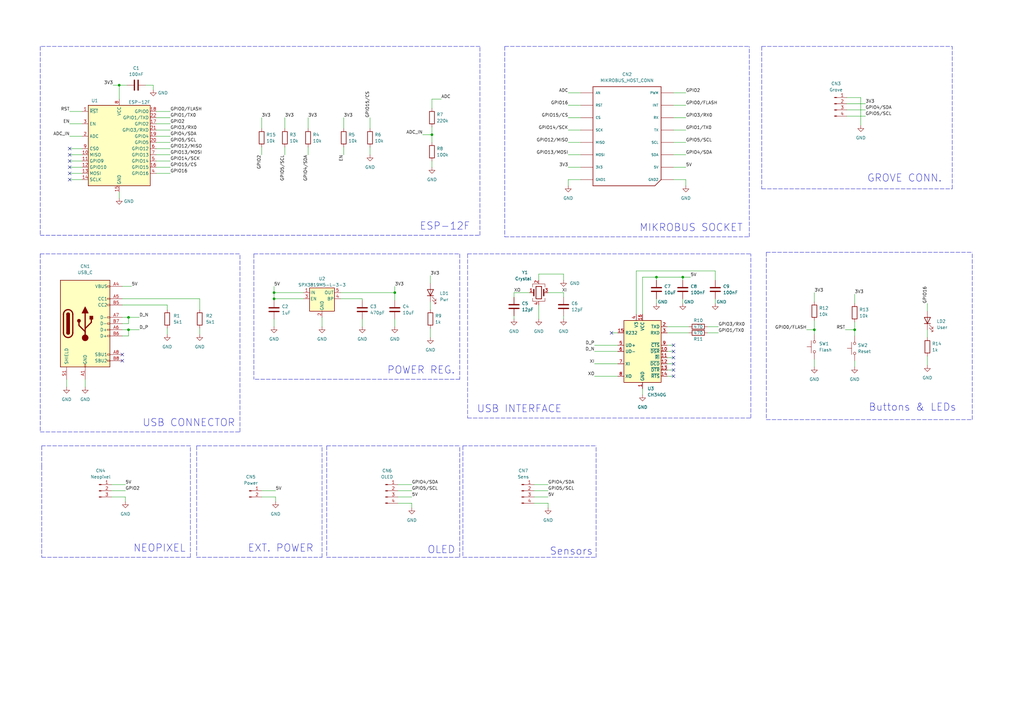
<source format=kicad_sch>
(kicad_sch (version 20211123) (generator eeschema)
  (paper "A3")
  (title_block (title "Ganimede.E12") (date "2022-04-23") (rev "1.0") (company "F2 Consulting di Francesco Ficili"))
  (lib_symbols
    (symbol "Connector:Conn_01x02_Male" (pin_names (offset 1.016) hide)
      (property "Reference" "J" (at 0 2.54 0))
      (property "Value" "Conn_01x02_Male" (at 0 -5.08 0))
      (symbol "Conn_01x02_Male_1_1"
        (polyline (pts (xy 1.27 -2.54) (xy 0.8636 -2.54)) (stroke (width 0.1524)))
        (polyline (pts (xy 1.27 0) (xy 0.8636 0)) (stroke (width 0.1524)))
        (rectangle (start 0.8636 -2.413) (end 0 -2.667) (stroke (width 0.1524)) (fill (type outline)))
        (rectangle (start 0.8636 0.127) (end 0 -0.127) (stroke (width 0.1524)) (fill (type outline)))
        (pin passive line (at 5.08 0 180) (length 3.81) (name "Pin_1") (number "1"))
        (pin passive line (at 5.08 -2.54 180) (length 3.81) (name "Pin_2") (number "2"))
      )
    )
    (symbol "Connector:Conn_01x03_Male" (pin_names (offset 1.016) hide)
      (property "Reference" "J" (at 0 5.08 0))
      (property "Value" "Conn_01x03_Male" (at 0 -5.08 0))
      (symbol "Conn_01x03_Male_1_1"
        (polyline (pts (xy 1.27 -2.54) (xy 0.8636 -2.54)) (stroke (width 0.1524)))
        (polyline (pts (xy 1.27 0) (xy 0.8636 0)) (stroke (width 0.1524)))
        (polyline (pts (xy 1.27 2.54) (xy 0.8636 2.54)) (stroke (width 0.1524)))
        (rectangle (start 0.8636 -2.413) (end 0 -2.667) (stroke (width 0.1524)) (fill (type outline)))
        (rectangle (start 0.8636 0.127) (end 0 -0.127) (stroke (width 0.1524)) (fill (type outline)))
        (rectangle (start 0.8636 2.667) (end 0 2.413) (stroke (width 0.1524)) (fill (type outline)))
        (pin passive line (at 5.08 2.54 180) (length 3.81) (name "Pin_1") (number "1"))
        (pin passive line (at 5.08 0 180) (length 3.81) (name "Pin_2") (number "2"))
        (pin passive line (at 5.08 -2.54 180) (length 3.81) (name "Pin_3") (number "3"))
      )
    )
    (symbol "Connector:Conn_01x04_Male" (pin_names (offset 1.016) hide)
      (property "Reference" "J" (at 0 5.08 0))
      (property "Value" "Conn_01x04_Male" (at 0 -7.62 0))
      (symbol "Conn_01x04_Male_1_1"
        (polyline (pts (xy 1.27 -5.08) (xy 0.8636 -5.08)) (stroke (width 0.1524)))
        (polyline (pts (xy 1.27 -2.54) (xy 0.8636 -2.54)) (stroke (width 0.1524)))
        (polyline (pts (xy 1.27 0) (xy 0.8636 0)) (stroke (width 0.1524)))
        (polyline (pts (xy 1.27 2.54) (xy 0.8636 2.54)) (stroke (width 0.1524)))
        (rectangle (start 0.8636 -4.953) (end 0 -5.207) (stroke (width 0.1524)) (fill (type outline)))
        (rectangle (start 0.8636 -2.413) (end 0 -2.667) (stroke (width 0.1524)) (fill (type outline)))
        (rectangle (start 0.8636 0.127) (end 0 -0.127) (stroke (width 0.1524)) (fill (type outline)))
        (rectangle (start 0.8636 2.667) (end 0 2.413) (stroke (width 0.1524)) (fill (type outline)))
        (pin passive line (at 5.08 2.54 180) (length 3.81) (name "Pin_1") (number "1"))
        (pin passive line (at 5.08 0 180) (length 3.81) (name "Pin_2") (number "2"))
        (pin passive line (at 5.08 -2.54 180) (length 3.81) (name "Pin_3") (number "3"))
        (pin passive line (at 5.08 -5.08 180) (length 3.81) (name "Pin_4") (number "4"))
      )
    )
    (symbol "Connector:USB_C_Receptacle_USB2.0" (pin_names (offset 1.016))
      (property "Reference" "J" (at -10.16 19.05 0))
      (property "Value" "USB_C_Receptacle_USB2.0" (at 19.05 19.05 0))
      (symbol "USB_C_Receptacle_USB2.0_0_0"
        (rectangle (start -0.254 -17.78) (end 0.254 -16.764))
        (rectangle (start 10.16 -14.986) (end 9.144 -15.494))
        (rectangle (start 10.16 -12.446) (end 9.144 -12.954))
        (rectangle (start 10.16 -4.826) (end 9.144 -5.334))
        (rectangle (start 10.16 -2.286) (end 9.144 -2.794))
        (rectangle (start 10.16 0.254) (end 9.144 -0.254))
        (rectangle (start 10.16 2.794) (end 9.144 2.286))
        (rectangle (start 10.16 7.874) (end 9.144 7.366))
        (rectangle (start 10.16 10.414) (end 9.144 9.906))
        (rectangle (start 10.16 15.494) (end 9.144 14.986))
      )
      (symbol "USB_C_Receptacle_USB2.0_0_1"
        (rectangle (start -10.16 17.78) (end 10.16 -17.78) (stroke (width 0.254)) (fill (type background)))
        (arc (start -8.89 -3.81) (mid -6.985 -5.715) (end -5.08 -3.81) (stroke (width 0.508)))
        (arc (start -7.62 -3.81) (mid -6.985 -4.445) (end -6.35 -3.81) (stroke (width 0.254)))
        (arc (start -7.62 -3.81) (mid -6.985 -4.445) (end -6.35 -3.81) (stroke (width 0.254)) (fill (type outline)))
        (rectangle (start -7.62 -3.81) (end -6.35 3.81) (stroke (width 0.254)) (fill (type outline)))
        (arc (start -6.35 3.81) (mid -6.985 4.445) (end -7.62 3.81) (stroke (width 0.254)))
        (arc (start -6.35 3.81) (mid -6.985 4.445) (end -7.62 3.81) (stroke (width 0.254)) (fill (type outline)))
        (arc (start -5.08 3.81) (mid -6.985 5.715) (end -8.89 3.81) (stroke (width 0.508)))
        (circle (center -2.54 1.143) (radius 0.635) (stroke (width 0.254)) (fill (type outline)))
        (circle (center 0 -5.842) (radius 1.27) (fill (type outline)))
        (polyline (pts (xy -8.89 -3.81) (xy -8.89 3.81)) (stroke (width 0.508)))
        (polyline (pts (xy -5.08 3.81) (xy -5.08 -3.81)) (stroke (width 0.508)))
        (polyline (pts (xy 0 -5.842) (xy 0 4.318)) (stroke (width 0.508)))
        (polyline (pts (xy 0 -3.302) (xy -2.54 -0.762) (xy -2.54 0.508)) (stroke (width 0.508)))
        (polyline (pts (xy 0 -2.032) (xy 2.54 0.508) (xy 2.54 1.778)) (stroke (width 0.508)))
        (polyline (pts (xy -1.27 4.318) (xy 0 6.858) (xy 1.27 4.318) (xy -1.27 4.318)) (stroke (width 0.254)) (fill (type outline)))
        (rectangle (start 1.905 1.778) (end 3.175 3.048) (stroke (width 0.254)) (fill (type outline)))
      )
      (symbol "USB_C_Receptacle_USB2.0_1_1"
        (pin passive line (at 0 -22.86 90) (length 5.08) (name "GND") (number "A1"))
        (pin passive line (at 0 -22.86 90) (length 5.08) hide (name "GND") (number "A12"))
        (pin passive line (at 15.24 15.24 180) (length 5.08) (name "VBUS") (number "A4"))
        (pin bidirectional line (at 15.24 10.16 180) (length 5.08) (name "CC1") (number "A5"))
        (pin bidirectional line (at 15.24 -2.54 180) (length 5.08) (name "D+") (number "A6"))
        (pin bidirectional line (at 15.24 2.54 180) (length 5.08) (name "D-") (number "A7"))
        (pin bidirectional line (at 15.24 -12.7 180) (length 5.08) (name "SBU1") (number "A8"))
        (pin passive line (at 15.24 15.24 180) (length 5.08) hide (name "VBUS") (number "A9"))
        (pin passive line (at 0 -22.86 90) (length 5.08) hide (name "GND") (number "B1"))
        (pin passive line (at 0 -22.86 90) (length 5.08) hide (name "GND") (number "B12"))
        (pin passive line (at 15.24 15.24 180) (length 5.08) hide (name "VBUS") (number "B4"))
        (pin bidirectional line (at 15.24 7.62 180) (length 5.08) (name "CC2") (number "B5"))
        (pin bidirectional line (at 15.24 -5.08 180) (length 5.08) (name "D+") (number "B6"))
        (pin bidirectional line (at 15.24 0 180) (length 5.08) (name "D-") (number "B7"))
        (pin bidirectional line (at 15.24 -15.24 180) (length 5.08) (name "SBU2") (number "B8"))
        (pin passive line (at 15.24 15.24 180) (length 5.08) hide (name "VBUS") (number "B9"))
        (pin passive line (at -7.62 -22.86 90) (length 5.08) (name "SHIELD") (number "S1"))
      )
    )
    (symbol "Device:C" (pin_numbers hide) (pin_names (offset 0.254))
      (property "Reference" "C" (at 0.635 2.54 0))
      (property "Value" "C" (at 0.635 -2.54 0))
      (symbol "C_0_1"
        (polyline (pts (xy -2.032 -0.762) (xy 2.032 -0.762)) (stroke (width 0.508)))
        (polyline (pts (xy -2.032 0.762) (xy 2.032 0.762)) (stroke (width 0.508)))
      )
      (symbol "C_1_1"
        (pin passive line (at 0 3.81 270) (length 2.794) (name "~") (number "1"))
        (pin passive line (at 0 -3.81 90) (length 2.794) (name "~") (number "2"))
      )
    )
    (symbol "Device:Crystal_GND24" (pin_names (offset 1.016) hide)
      (property "Reference" "Y" (at 3.175 5.08 0))
      (property "Value" "Crystal_GND24" (at 3.175 3.175 0))
      (symbol "Crystal_GND24_0_1"
        (rectangle (start -1.143 2.54) (end 1.143 -2.54) (stroke (width 0.3048)))
        (polyline (pts (xy -2.54 0) (xy -2.032 0)))
        (polyline (pts (xy -2.032 -1.27) (xy -2.032 1.27)) (stroke (width 0.508)))
        (polyline (pts (xy 0 -3.81) (xy 0 -3.556)))
        (polyline (pts (xy 0 3.556) (xy 0 3.81)))
        (polyline (pts (xy 2.032 -1.27) (xy 2.032 1.27)) (stroke (width 0.508)))
        (polyline (pts (xy 2.032 0) (xy 2.54 0)))
        (polyline (pts (xy -2.54 -2.286) (xy -2.54 -3.556) (xy 2.54 -3.556) (xy 2.54 -2.286)))
        (polyline (pts (xy -2.54 2.286) (xy -2.54 3.556) (xy 2.54 3.556) (xy 2.54 2.286)))
      )
      (symbol "Crystal_GND24_1_1"
        (pin passive line (at -3.81 0 0) (length 1.27) (name "1") (number "1"))
        (pin passive line (at 0 5.08 270) (length 1.27) (name "2") (number "2"))
        (pin passive line (at 3.81 0 180) (length 1.27) (name "3") (number "3"))
        (pin passive line (at 0 -5.08 90) (length 1.27) (name "4") (number "4"))
      )
    )
    (symbol "Device:LED" (pin_numbers hide) (pin_names (offset 1.016) hide)
      (property "Reference" "D" (at 0 2.54 0))
      (property "Value" "LED" (at 0 -2.54 0))
      (symbol "LED_0_1"
        (polyline (pts (xy -1.27 -1.27) (xy -1.27 1.27)) (stroke (width 0.254)))
        (polyline (pts (xy -1.27 0) (xy 1.27 0)))
        (polyline (pts (xy 1.27 -1.27) (xy 1.27 1.27) (xy -1.27 0) (xy 1.27 -1.27)) (stroke (width 0.254)))
        (polyline (pts (xy -3.048 -0.762) (xy -4.572 -2.286) (xy -3.81 -2.286) (xy -4.572 -2.286) (xy -4.572 -1.524)))
        (polyline (pts (xy -1.778 -0.762) (xy -3.302 -2.286) (xy -2.54 -2.286) (xy -3.302 -2.286) (xy -3.302 -1.524)))
      )
      (symbol "LED_1_1"
        (pin passive line (at -3.81 0 0) (length 2.54) (name "K") (number "1"))
        (pin passive line (at 3.81 0 180) (length 2.54) (name "A") (number "2"))
      )
    )
    (symbol "Device:R" (pin_numbers hide) (pin_names (offset 0))
      (property "Reference" "R" (at 2.032 0 90))
      (property "Value" "R" (at 0 0 90))
      (symbol "R_0_1"
        (rectangle (start -1.016 -2.54) (end 1.016 2.54) (stroke (width 0.254)))
      )
      (symbol "R_1_1"
        (pin passive line (at 0 3.81 270) (length 1.27) (name "~") (number "1"))
        (pin passive line (at 0 -3.81 90) (length 1.27) (name "~") (number "2"))
      )
    )
    (symbol "Interface_USB:CH340G"
      (property "Reference" "U" (at -5.08 13.97 0))
      (property "Value" "CH340G" (at 1.27 13.97 0))
      (symbol "CH340G_0_1"
        (rectangle (start -7.62 12.7) (end 7.62 -12.7) (stroke (width 0.254)) (fill (type background)))
      )
      (symbol "CH340G_1_1"
        (pin power_in line (at 0 -15.24 90) (length 2.54) (name "GND") (number "1"))
        (pin input line (at 10.16 0 180) (length 2.54) (name "~{DSR}") (number "10"))
        (pin input line (at 10.16 -2.54 180) (length 2.54) (name "~{RI}") (number "11"))
        (pin input line (at 10.16 -5.08 180) (length 2.54) (name "~{DCD}") (number "12"))
        (pin output line (at 10.16 -7.62 180) (length 2.54) (name "~{DTR}") (number "13"))
        (pin output line (at 10.16 -10.16 180) (length 2.54) (name "~{RTS}") (number "14"))
        (pin input line (at -10.16 7.62 0) (length 2.54) (name "R232") (number "15"))
        (pin power_in line (at 0 15.24 270) (length 2.54) (name "VCC") (number "16"))
        (pin output line (at 10.16 10.16 180) (length 2.54) (name "TXD") (number "2"))
        (pin input line (at 10.16 7.62 180) (length 2.54) (name "RXD") (number "3"))
        (pin passive line (at -2.54 15.24 270) (length 2.54) (name "V3") (number "4"))
        (pin bidirectional line (at -10.16 2.54 0) (length 2.54) (name "UD+") (number "5"))
        (pin bidirectional line (at -10.16 0 0) (length 2.54) (name "UD-") (number "6"))
        (pin input line (at -10.16 -5.08 0) (length 2.54) (name "XI") (number "7"))
        (pin output line (at -10.16 -10.16 0) (length 2.54) (name "XO") (number "8"))
        (pin input line (at 10.16 2.54 180) (length 2.54) (name "~{CTS}") (number "9"))
      )
    )
    (symbol "Mikrobus:MIKROBUS_HOST_CONN" (pin_numbers hide) (pin_names (offset 1.016))
      (property "Reference" "CON" (at 10.16 38.1 0))
      (property "Value" "MIKROBUS_HOST_CONN" (at 2.54 3.81 0))
      (symbol "MIKROBUS_HOST_CONN_0_0"
        (polyline (pts (xy 0 0) (xy 0 40.64)) (stroke (width 0.254)))
        (polyline (pts (xy 0 40.64) (xy 27.94 40.64)) (stroke (width 0.254)))
        (polyline (pts (xy 25.4 0) (xy 0 0)) (stroke (width 0.254)))
        (polyline (pts (xy 27.94 2.54) (xy 25.4 0)) (stroke (width 0.254)))
        (polyline (pts (xy 27.94 40.64) (xy 27.94 2.54)) (stroke (width 0.254)))
        (pin bidirectional line (at -5.08 38.1 0) (length 5.08) (name "AN") (number "P1"))
        (pin power_in line (at 33.02 7.62 180) (length 5.08) (name "5V") (number "P10"))
        (pin bidirectional line (at 33.02 12.7 180) (length 5.08) (name "SDA") (number "P11"))
        (pin bidirectional line (at 33.02 17.78 180) (length 5.08) (name "SCL") (number "P12"))
        (pin bidirectional line (at 33.02 22.86 180) (length 5.08) (name "TX") (number "P13"))
        (pin bidirectional line (at 33.02 27.94 180) (length 5.08) (name "RX") (number "P14"))
        (pin bidirectional line (at 33.02 33.02 180) (length 5.08) (name "INT") (number "P15"))
        (pin bidirectional line (at 33.02 38.1 180) (length 5.08) (name "PWM") (number "P16"))
        (pin bidirectional line (at -5.08 33.02 0) (length 5.08) (name "RST") (number "P2"))
        (pin bidirectional line (at -5.08 27.94 0) (length 5.08) (name "CS") (number "P3"))
        (pin bidirectional line (at -5.08 22.86 0) (length 5.08) (name "SCK") (number "P4"))
        (pin bidirectional line (at -5.08 17.78 0) (length 5.08) (name "MISO") (number "P5"))
        (pin bidirectional line (at -5.08 12.7 0) (length 5.08) (name "MOSI") (number "P6"))
        (pin power_in line (at -5.08 7.62 0) (length 5.08) (name "3V3") (number "P7"))
        (pin bidirectional line (at -5.08 2.54 0) (length 5.08) (name "GND1") (number "P8"))
        (pin bidirectional line (at 33.02 2.54 180) (length 5.08) (name "GND2") (number "P9"))
      )
    )
    (symbol "RF_Module:ESP-12F"
      (property "Reference" "U" (at -12.7 19.05 0))
      (property "Value" "ESP-12F" (at 12.7 19.05 0))
      (symbol "ESP-12F_0_1"
        (rectangle (start -12.7 17.78) (end 12.7 -15.24) (stroke (width 0.254)) (fill (type background)))
      )
      (symbol "ESP-12F_1_1"
        (pin input line (at -15.24 15.24 0) (length 2.54) (name "~{RST}") (number "1"))
        (pin bidirectional line (at -15.24 -2.54 0) (length 2.54) (name "MISO") (number "10"))
        (pin bidirectional line (at -15.24 -5.08 0) (length 2.54) (name "GPIO9") (number "11"))
        (pin bidirectional line (at -15.24 -7.62 0) (length 2.54) (name "GPIO10") (number "12"))
        (pin bidirectional line (at -15.24 -10.16 0) (length 2.54) (name "MOSI") (number "13"))
        (pin bidirectional line (at -15.24 -12.7 0) (length 2.54) (name "SCLK") (number "14"))
        (pin power_in line (at 0 -17.78 90) (length 2.54) (name "GND") (number "15"))
        (pin bidirectional line (at 15.24 -7.62 180) (length 2.54) (name "GPIO15") (number "16"))
        (pin bidirectional line (at 15.24 10.16 180) (length 2.54) (name "GPIO2") (number "17"))
        (pin bidirectional line (at 15.24 15.24 180) (length 2.54) (name "GPIO0") (number "18"))
        (pin bidirectional line (at 15.24 5.08 180) (length 2.54) (name "GPIO4") (number "19"))
        (pin input line (at -15.24 5.08 0) (length 2.54) (name "ADC") (number "2"))
        (pin bidirectional line (at 15.24 2.54 180) (length 2.54) (name "GPIO5") (number "20"))
        (pin bidirectional line (at 15.24 7.62 180) (length 2.54) (name "GPIO3/RXD") (number "21"))
        (pin bidirectional line (at 15.24 12.7 180) (length 2.54) (name "GPIO1/TXD") (number "22"))
        (pin input line (at -15.24 10.16 0) (length 2.54) (name "EN") (number "3"))
        (pin bidirectional line (at 15.24 -10.16 180) (length 2.54) (name "GPIO16") (number "4"))
        (pin bidirectional line (at 15.24 -5.08 180) (length 2.54) (name "GPIO14") (number "5"))
        (pin bidirectional line (at 15.24 0 180) (length 2.54) (name "GPIO12") (number "6"))
        (pin bidirectional line (at 15.24 -2.54 180) (length 2.54) (name "GPIO13") (number "7"))
        (pin power_in line (at 0 20.32 270) (length 2.54) (name "VCC") (number "8"))
        (pin input line (at -15.24 0 0) (length 2.54) (name "CS0") (number "9"))
      )
    )
    (symbol "Regulator_Linear:SPX3819M5-L-3-3" (pin_names (offset 0.254))
      (property "Reference" "U" (at -3.81 5.715 0))
      (property "Value" "SPX3819M5-L-3-3" (at 0 5.715 0))
      (symbol "SPX3819M5-L-3-3_0_1"
        (rectangle (start -5.08 4.445) (end 5.08 -5.08) (stroke (width 0.254)) (fill (type background)))
      )
      (symbol "SPX3819M5-L-3-3_1_1"
        (pin power_in line (at -7.62 2.54 0) (length 2.54) (name "IN") (number "1"))
        (pin power_in line (at 0 -7.62 90) (length 2.54) (name "GND") (number "2"))
        (pin input line (at -7.62 0 0) (length 2.54) (name "EN") (number "3"))
        (pin input line (at 7.62 0 180) (length 2.54) (name "BP") (number "4"))
        (pin power_out line (at 7.62 2.54 180) (length 2.54) (name "OUT") (number "5"))
      )
    )
    (symbol "Switch:SW_Push" (pin_numbers hide) (pin_names (offset 1.016) hide)
      (property "Reference" "SW" (at 1.27 2.54 0))
      (property "Value" "SW_Push" (at 0 -1.524 0))
      (symbol "SW_Push_0_1"
        (circle (center -2.032 0) (radius 0.508))
        (polyline (pts (xy 0 1.27) (xy 0 3.048)))
        (polyline (pts (xy 2.54 1.27) (xy -2.54 1.27)))
        (circle (center 2.032 0) (radius 0.508))
        (pin passive line (at -5.08 0 0) (length 2.54) (name "1") (number "1"))
        (pin passive line (at 5.08 0 180) (length 2.54) (name "2") (number "2"))
      )
    )
    (symbol "power:GND" (power) (pin_names (offset 0))
      (property "Value" "GND" (at 0 -3.81 0))
      (symbol "GND_0_1"
        (polyline (pts (xy 0 0) (xy 0 -1.27) (xy 1.27 -1.27) (xy 0 -2.54) (xy -1.27 -1.27) (xy 0 -1.27)))
      )
      (symbol "GND_1_1"
        (pin power_in line (at 0 0 270) (length 0) hide (name "GND") (number "1"))
      )
    )
  )
  (junction (at 112.395 122.555))
  (junction (at 280.035 113.665))
  (junction (at 177.165 55.245))
  (junction (at 52.705 135.255))
  (junction (at 350.52 135.255))
  (junction (at 269.24 113.665))
  (junction (at 48.895 34.925))
  (junction (at 161.925 120.015))
  (junction (at 112.395 120.015))
  (junction (at 334.01 135.255))
  (junction (at 52.705 130.175))
  (no_connect (at 28.575 66.04))
  (no_connect (at 28.575 68.58))
  (no_connect (at 250.825 136.525))
  (no_connect (at 276.225 146.685))
  (no_connect (at 276.225 144.145))
  (no_connect (at 276.225 141.605))
  (no_connect (at 276.225 154.305))
  (no_connect (at 276.225 151.765))
  (no_connect (at 276.225 149.225))
  (no_connect (at 50.165 145.415))
  (no_connect (at 50.165 147.955))
  (no_connect (at 28.575 63.5))
  (no_connect (at 28.575 60.96))
  (no_connect (at 28.575 73.66))
  (no_connect (at 28.575 71.12))
  (wire (pts (xy 132.08 130.175) (xy 132.08 133.985)))
  (polyline (pts (xy 207.01 97.155) (xy 307.34 97.155)))
  (wire (pts (xy 107.315 48.26) (xy 107.315 52.705)))
  (polyline (pts (xy 312.42 19.05) (xy 390.525 19.05)))
  (wire (pts (xy 68.58 125.095) (xy 68.58 127)))
  (wire (pts (xy 220.98 125.095) (xy 220.98 130.81)))
  (wire (pts (xy 334.01 131.445) (xy 334.01 135.255)))
  (wire (pts (xy 224.79 206.375) (xy 224.79 208.28)))
  (polyline (pts (xy 207.01 19.05) (xy 307.34 19.05)))
  (wire (pts (xy 168.91 206.375) (xy 168.91 208.28)))
  (wire (pts (xy 280.035 122.555) (xy 280.035 124.46)))
  (wire (pts (xy 50.165 137.795) (xy 52.705 137.795)))
  (wire (pts (xy 273.685 141.605) (xy 276.225 141.605)))
  (wire (pts (xy 28.575 50.8) (xy 33.655 50.8)))
  (wire (pts (xy 269.24 113.665) (xy 280.035 113.665)))
  (wire (pts (xy 273.685 154.305) (xy 276.225 154.305)))
  (wire (pts (xy 353.06 40.005) (xy 353.06 51.435)))
  (wire (pts (xy 276.225 48.26) (xy 281.305 48.26)))
  (polyline (pts (xy 189.865 228.6) (xy 244.475 228.6)))
  (polyline (pts (xy 16.51 104.14) (xy 98.425 104.14)))
  (polyline (pts (xy 80.645 182.88) (xy 80.645 228.6)))
  (polyline (pts (xy 312.42 19.05) (xy 312.42 77.47)))
  (polyline (pts (xy 191.77 171.45) (xy 307.975 171.45)))
  (wire (pts (xy 346.71 135.255) (xy 350.52 135.255)))
  (wire (pts (xy 151.765 60.325) (xy 151.765 63.5)))
  (polyline (pts (xy 80.645 228.6) (xy 132.08 228.6)))
  (wire (pts (xy 273.685 149.225) (xy 276.225 149.225)))
  (polyline (pts (xy 16.51 96.52) (xy 196.85 96.52)))
  (wire (pts (xy 64.135 55.88) (xy 69.85 55.88)))
  (wire (pts (xy 276.225 73.66) (xy 281.305 73.66)))
  (polyline (pts (xy 132.08 228.6) (xy 132.08 182.88)))
  (polyline (pts (xy 196.85 19.05) (xy 16.51 19.05)))
  (wire (pts (xy 112.395 120.015) (xy 112.395 122.555)))
  (wire (pts (xy 50.165 125.095) (xy 68.58 125.095)))
  (wire (pts (xy 280.035 113.665) (xy 280.035 114.935)))
  (wire (pts (xy 233.045 53.34) (xy 238.125 53.34)))
  (wire (pts (xy 269.24 113.665) (xy 269.24 114.935)))
  (wire (pts (xy 107.315 203.835) (xy 113.03 203.835)))
  (wire (pts (xy 139.7 120.015) (xy 161.925 120.015)))
  (polyline (pts (xy 80.645 182.88) (xy 132.08 182.88)))
  (wire (pts (xy 124.46 120.015) (xy 112.395 120.015)))
  (wire (pts (xy 276.225 53.34) (xy 281.305 53.34)))
  (polyline (pts (xy 133.985 182.88) (xy 133.985 228.6)))
  (wire (pts (xy 140.97 60.325) (xy 140.97 63.5)))
  (wire (pts (xy 140.97 48.26) (xy 140.97 52.705)))
  (wire (pts (xy 163.195 198.755) (xy 168.91 198.755)))
  (wire (pts (xy 52.705 130.175) (xy 57.15 130.175)))
  (wire (pts (xy 28.575 45.72) (xy 33.655 45.72)))
  (wire (pts (xy 238.125 73.66) (xy 233.045 73.66)))
  (wire (pts (xy 233.045 48.26) (xy 238.125 48.26)))
  (polyline (pts (xy 307.975 171.45) (xy 307.975 104.14)))
  (wire (pts (xy 334.01 147.32) (xy 334.01 150.495)))
  (wire (pts (xy 176.53 113.03) (xy 176.53 116.205)))
  (wire (pts (xy 330.835 135.255) (xy 334.01 135.255)))
  (wire (pts (xy 231.14 112.395) (xy 231.14 114.935)))
  (wire (pts (xy 46.355 34.925) (xy 48.895 34.925)))
  (wire (pts (xy 293.37 111.125) (xy 293.37 114.935)))
  (polyline (pts (xy 78.105 182.88) (xy 17.145 182.88)))
  (wire (pts (xy 260.985 111.125) (xy 293.37 111.125)))
  (wire (pts (xy 380.365 146.05) (xy 380.365 149.86)))
  (polyline (pts (xy 98.425 177.165) (xy 98.425 104.14)))
  (wire (pts (xy 233.045 68.58) (xy 238.125 68.58)))
  (wire (pts (xy 50.165 122.555) (xy 81.915 122.555)))
  (wire (pts (xy 28.575 55.88) (xy 33.655 55.88)))
  (polyline (pts (xy 189.865 182.88) (xy 244.475 182.88)))
  (wire (pts (xy 50.165 117.475) (xy 53.975 117.475)))
  (polyline (pts (xy 191.77 104.14) (xy 307.975 104.14)))
  (polyline (pts (xy 314.325 103.505) (xy 398.78 103.505)))
  (wire (pts (xy 276.225 58.42) (xy 281.305 58.42)))
  (polyline (pts (xy 133.985 182.88) (xy 188.595 182.88)))
  (wire (pts (xy 347.345 40.005) (xy 353.06 40.005)))
  (wire (pts (xy 350.52 147.955) (xy 350.52 150.495)))
  (wire (pts (xy 151.765 48.26) (xy 151.765 52.705)))
  (wire (pts (xy 273.685 146.685) (xy 276.225 146.685)))
  (wire (pts (xy 243.84 154.305) (xy 253.365 154.305)))
  (wire (pts (xy 219.075 201.295) (xy 224.79 201.295)))
  (wire (pts (xy 273.685 144.145) (xy 276.225 144.145)))
  (wire (pts (xy 290.195 133.985) (xy 294.64 133.985)))
  (polyline (pts (xy 17.145 228.6) (xy 78.105 228.6)))
  (wire (pts (xy 233.045 63.5) (xy 238.125 63.5)))
  (wire (pts (xy 273.685 133.985) (xy 282.575 133.985)))
  (wire (pts (xy 163.195 206.375) (xy 168.91 206.375)))
  (wire (pts (xy 176.53 123.825) (xy 176.53 127)))
  (wire (pts (xy 50.165 132.715) (xy 52.705 132.715)))
  (wire (pts (xy 116.84 48.26) (xy 116.84 52.705)))
  (wire (pts (xy 380.365 135.255) (xy 380.365 138.43)))
  (wire (pts (xy 273.685 151.765) (xy 276.225 151.765)))
  (wire (pts (xy 148.59 130.81) (xy 148.59 133.985)))
  (wire (pts (xy 64.135 63.5) (xy 69.85 63.5)))
  (wire (pts (xy 276.225 38.1) (xy 281.305 38.1)))
  (polyline (pts (xy 16.51 104.14) (xy 16.51 177.165)))
  (wire (pts (xy 276.225 43.18) (xy 281.305 43.18)))
  (wire (pts (xy 220.98 112.395) (xy 231.14 112.395)))
  (wire (pts (xy 231.14 120.015) (xy 231.14 121.92)))
  (wire (pts (xy 233.045 73.66) (xy 233.045 76.2)))
  (wire (pts (xy 233.045 43.18) (xy 238.125 43.18)))
  (wire (pts (xy 34.925 155.575) (xy 34.925 158.75)))
  (wire (pts (xy 81.915 122.555) (xy 81.915 127)))
  (wire (pts (xy 219.075 206.375) (xy 224.79 206.375)))
  (wire (pts (xy 64.135 60.96) (xy 69.85 60.96)))
  (wire (pts (xy 263.525 113.665) (xy 269.24 113.665)))
  (polyline (pts (xy 390.525 77.47) (xy 390.525 19.05)))
  (wire (pts (xy 27.305 155.575) (xy 27.305 158.75)))
  (polyline (pts (xy 16.51 19.05) (xy 16.51 96.52)))
  (wire (pts (xy 112.395 122.555) (xy 124.46 122.555)))
  (wire (pts (xy 107.315 60.325) (xy 107.315 63.5)))
  (wire (pts (xy 217.17 120.015) (xy 210.82 120.015)))
  (wire (pts (xy 219.075 198.755) (xy 224.79 198.755)))
  (wire (pts (xy 45.72 203.835) (xy 51.435 203.835)))
  (wire (pts (xy 64.135 45.72) (xy 69.85 45.72)))
  (polyline (pts (xy 398.78 172.085) (xy 398.78 103.505)))
  (wire (pts (xy 177.165 52.07) (xy 177.165 55.245)))
  (polyline (pts (xy 312.42 77.47) (xy 390.525 77.47)))
  (polyline (pts (xy 188.595 155.575) (xy 104.14 155.575)))
  (wire (pts (xy 276.225 68.58) (xy 281.305 68.58)))
  (polyline (pts (xy 188.595 228.6) (xy 188.595 182.88)))
  (wire (pts (xy 64.135 58.42) (xy 69.85 58.42)))
  (wire (pts (xy 126.365 48.26) (xy 126.365 52.705)))
  (wire (pts (xy 290.195 136.525) (xy 294.64 136.525)))
  (wire (pts (xy 64.135 53.34) (xy 69.85 53.34)))
  (polyline (pts (xy 307.34 97.155) (xy 307.34 19.05)))
  (wire (pts (xy 161.925 117.475) (xy 161.925 120.015)))
  (wire (pts (xy 281.305 73.66) (xy 281.305 76.2)))
  (wire (pts (xy 269.24 122.555) (xy 269.24 124.46)))
  (wire (pts (xy 64.135 48.26) (xy 69.85 48.26)))
  (wire (pts (xy 260.985 128.905) (xy 260.985 111.125)))
  (wire (pts (xy 112.395 117.475) (xy 112.395 120.015)))
  (wire (pts (xy 161.925 120.015) (xy 161.925 123.19)))
  (polyline (pts (xy 244.475 228.6) (xy 244.475 182.88)))
  (wire (pts (xy 64.135 66.04) (xy 69.85 66.04)))
  (polyline (pts (xy 78.105 228.6) (xy 78.105 182.88)))
  (wire (pts (xy 350.52 120.65) (xy 350.52 124.46)))
  (wire (pts (xy 28.575 66.04) (xy 33.655 66.04)))
  (wire (pts (xy 350.52 132.08) (xy 350.52 135.255)))
  (wire (pts (xy 81.915 134.62) (xy 81.915 137.16)))
  (wire (pts (xy 112.395 122.555) (xy 112.395 123.19)))
  (polyline (pts (xy 16.51 177.165) (xy 98.425 177.165)))
  (polyline (pts (xy 207.01 19.05) (xy 207.01 97.155)))
  (wire (pts (xy 161.925 130.81) (xy 161.925 133.985)))
  (polyline (pts (xy 314.325 172.085) (xy 398.78 172.085)))
  (wire (pts (xy 173.355 55.245) (xy 177.165 55.245)))
  (wire (pts (xy 210.82 129.54) (xy 210.82 130.81)))
  (wire (pts (xy 163.195 203.835) (xy 168.91 203.835)))
  (wire (pts (xy 62.865 34.925) (xy 62.865 36.83)))
  (wire (pts (xy 28.575 63.5) (xy 33.655 63.5)))
  (wire (pts (xy 334.01 135.255) (xy 334.01 137.16)))
  (wire (pts (xy 112.395 130.81) (xy 112.395 133.985)))
  (polyline (pts (xy 17.145 191.135) (xy 17.145 228.6)))
  (wire (pts (xy 163.195 201.295) (xy 168.91 201.295)))
  (wire (pts (xy 50.165 130.175) (xy 52.705 130.175)))
  (wire (pts (xy 176.53 134.62) (xy 176.53 138.43)))
  (polyline (pts (xy 191.77 104.14) (xy 191.77 171.45)))
  (wire (pts (xy 350.52 135.255) (xy 350.52 137.795)))
  (wire (pts (xy 28.575 71.12) (xy 33.655 71.12)))
  (polyline (pts (xy 188.595 104.14) (xy 188.595 155.575)))
  (wire (pts (xy 293.37 122.555) (xy 293.37 124.46)))
  (wire (pts (xy 347.345 45.085) (xy 354.965 45.085)))
  (wire (pts (xy 28.575 60.96) (xy 33.655 60.96)))
  (wire (pts (xy 177.165 66.04) (xy 177.165 68.58)))
  (wire (pts (xy 50.165 135.255) (xy 52.705 135.255)))
  (wire (pts (xy 113.03 203.835) (xy 113.03 205.74)))
  (wire (pts (xy 116.84 60.325) (xy 116.84 63.5)))
  (wire (pts (xy 139.7 122.555) (xy 148.59 122.555)))
  (wire (pts (xy 28.575 68.58) (xy 33.655 68.58)))
  (wire (pts (xy 280.035 113.665) (xy 283.21 113.665)))
  (polyline (pts (xy 133.985 228.6) (xy 188.595 228.6)))
  (wire (pts (xy 59.69 34.925) (xy 62.865 34.925)))
  (wire (pts (xy 45.72 201.295) (xy 51.435 201.295)))
  (wire (pts (xy 273.685 136.525) (xy 282.575 136.525)))
  (wire (pts (xy 48.895 34.925) (xy 52.07 34.925)))
  (polyline (pts (xy 17.145 182.88) (xy 17.145 191.135)))
  (wire (pts (xy 107.315 201.295) (xy 113.03 201.295)))
  (wire (pts (xy 380.365 124.46) (xy 380.365 127.635)))
  (wire (pts (xy 52.705 135.255) (xy 57.15 135.255)))
  (wire (pts (xy 334.01 120.015) (xy 334.01 123.825)))
  (wire (pts (xy 68.58 134.62) (xy 68.58 137.16)))
  (wire (pts (xy 347.345 47.625) (xy 354.965 47.625)))
  (wire (pts (xy 177.165 44.45) (xy 177.165 40.64)))
  (wire (pts (xy 276.225 63.5) (xy 281.305 63.5)))
  (wire (pts (xy 220.98 114.935) (xy 220.98 112.395)))
  (wire (pts (xy 51.435 203.835) (xy 51.435 205.74)))
  (wire (pts (xy 219.075 203.835) (xy 224.79 203.835)))
  (wire (pts (xy 233.045 58.42) (xy 238.125 58.42)))
  (wire (pts (xy 243.84 149.225) (xy 253.365 149.225)))
  (wire (pts (xy 250.825 136.525) (xy 253.365 136.525)))
  (polyline (pts (xy 196.85 96.52) (xy 196.85 19.05)))
  (wire (pts (xy 263.525 159.385) (xy 263.525 161.925)))
  (polyline (pts (xy 314.325 103.505) (xy 314.325 172.085)))
  (polyline (pts (xy 104.14 104.14) (xy 188.595 104.14)))
  (wire (pts (xy 45.72 198.755) (xy 51.435 198.755)))
  (wire (pts (xy 126.365 60.325) (xy 126.365 63.5)))
  (wire (pts (xy 243.84 141.605) (xy 253.365 141.605)))
  (wire (pts (xy 243.84 144.145) (xy 253.365 144.145)))
  (wire (pts (xy 224.79 120.015) (xy 231.14 120.015)))
  (wire (pts (xy 52.705 137.795) (xy 52.705 135.255)))
  (wire (pts (xy 177.165 55.245) (xy 177.165 58.42)))
  (wire (pts (xy 210.82 120.015) (xy 210.82 121.92)))
  (wire (pts (xy 233.045 38.1) (xy 238.125 38.1)))
  (wire (pts (xy 28.575 73.66) (xy 33.655 73.66)))
  (wire (pts (xy 177.165 40.64) (xy 180.975 40.64)))
  (wire (pts (xy 64.135 50.8) (xy 69.85 50.8)))
  (wire (pts (xy 347.345 42.545) (xy 354.965 42.545)))
  (wire (pts (xy 52.705 132.715) (xy 52.705 130.175)))
  (wire (pts (xy 64.135 68.58) (xy 69.85 68.58)))
  (wire (pts (xy 263.525 128.905) (xy 263.525 113.665)))
  (wire (pts (xy 231.14 129.54) (xy 231.14 130.81)))
  (wire (pts (xy 48.895 78.74) (xy 48.895 81.28)))
  (polyline (pts (xy 104.14 104.14) (xy 104.14 155.575)))
  (wire (pts (xy 148.59 122.555) (xy 148.59 123.19)))
  (wire (pts (xy 64.135 71.12) (xy 69.85 71.12)))
  (wire (pts (xy 48.895 40.64) (xy 48.895 34.925)))
  (polyline (pts (xy 189.865 182.88) (xy 189.865 228.6)))
  (text "GROVE CONN." (at 355.6 74.93 0) (effects (font (size 3 3)) (justify left bottom)))
  (text "ESP-12F" (at 172.085 94.615 0) (effects (font (size 3 3)) (justify left bottom)))
  (text "Buttons & LEDs" (at 356.235 168.91 0) (effects (font (size 3 3)) (justify left bottom)))
  (text "POWER REG." (at 158.75 153.67 0) (effects (font (size 3 3)) (justify left bottom)))
  (text "OLED" (at 175.26 227.33 0) (effects (font (size 3 3)) (justify left bottom)))
  (text "USB CONNECTOR" (at 58.42 175.26 0) (effects (font (size 3 3)) (justify left bottom)))
  (text "EXT. POWER" (at 101.6 226.695 0) (effects (font (size 3 3)) (justify left bottom)))
  (text "Sensors" (at 225.425 227.965 0) (effects (font (size 3 3)) (justify left bottom)))
  (text "NEOPIXEL" (at 54.61 226.695 0) (effects (font (size 3 3)) (justify left bottom)))
  (text "MIKROBUS SOCKET" (at 262.255 95.25 0) (effects (font (size 3 3)) (justify left bottom)))
  (text "USB INTERFACE" (at 195.58 169.545 0) (effects (font (size 3 3)) (justify left bottom)))
  (label "GPIO2" (at 281.305 38.1 0))
  (label "ADC_IN" (at 173.355 55.245 180))
  (label "GPIO2" (at 107.315 63.5 270))
  (label "ADC" (at 233.045 38.1 180))
  (label "D_N" (at 243.84 144.145 180))
  (label "3V3" (at 161.925 117.475 0))
  (label "GPIO4{slash}SDA" (at 354.965 45.085 0))
  (label "GPIO13{slash}MOSI" (at 233.045 63.5 180))
  (label "GPIO3{slash}RX0" (at 69.85 53.34 0))
  (label "D_P" (at 243.84 141.605 180))
  (label "XI" (at 230.505 120.015 0))
  (label "3V3" (at 354.965 42.545 0))
  (label "3V3" (at 233.045 68.58 180))
  (label "5V" (at 113.03 201.295 0))
  (label "GPIO12{slash}MISO" (at 69.85 60.96 0))
  (label "D_P" (at 57.15 135.255 0))
  (label "3V3" (at 107.315 48.26 0))
  (label "3V3" (at 140.97 48.26 0))
  (label "GPIO13{slash}MOSI" (at 69.85 63.5 0))
  (label "ADC_IN" (at 28.575 55.88 180))
  (label "3V3" (at 46.355 34.925 180))
  (label "GPIO15{slash}CS" (at 69.85 68.58 0))
  (label "EN" (at 28.575 50.8 180))
  (label "5V" (at 112.395 117.475 0))
  (label "GPIO4{slash}SDA" (at 126.365 63.5 270))
  (label "3V3" (at 116.84 48.26 0))
  (label "GPIO1{slash}TX0" (at 69.85 48.26 0))
  (label "5V" (at 281.305 68.58 0))
  (label "GPIO4{slash}SDA" (at 69.85 55.88 0))
  (label "GPIO5{slash}SCL" (at 168.91 201.295 0))
  (label "5V" (at 53.975 117.475 0))
  (label "XI" (at 243.84 149.225 180))
  (label "EN" (at 140.97 63.5 270))
  (label "GPIO0{slash}FLASH" (at 330.835 135.255 180))
  (label "GPIO5{slash}SCL" (at 116.84 63.5 270))
  (label "GPIO15{slash}CS" (at 151.765 48.26 90))
  (label "3V3" (at 176.53 113.03 0))
  (label "RST" (at 346.71 135.255 180))
  (label "5V" (at 168.91 203.835 0))
  (label "ADC" (at 180.975 40.64 0))
  (label "GPIO2" (at 51.435 201.295 0))
  (label "GPIO14{slash}SCK" (at 69.85 66.04 0))
  (label "GPIO5{slash}SCL" (at 69.85 58.42 0))
  (label "GPIO1{slash}TX0" (at 294.64 136.525 0))
  (label "GPIO5{slash}SCL" (at 354.965 47.625 0))
  (label "GPIO0{slash}FLASH" (at 281.305 43.18 0))
  (label "GPIO16" (at 380.365 124.46 90))
  (label "3V3" (at 350.52 120.65 0))
  (label "5V" (at 283.21 113.665 0))
  (label "XO" (at 210.82 120.015 0))
  (label "GPIO14{slash}SCK" (at 233.045 53.34 180))
  (label "GPIO16" (at 69.85 71.12 0))
  (label "GPIO15{slash}CS" (at 233.045 48.26 180))
  (label "GPIO5{slash}SCL" (at 281.305 58.42 0))
  (label "GPIO1{slash}TX0" (at 281.305 53.34 0))
  (label "GPIO3{slash}RX0" (at 294.64 133.985 0))
  (label "GPIO4{slash}SDA" (at 281.305 63.5 0))
  (label "GPIO5{slash}SCL" (at 224.79 201.295 0))
  (label "XO" (at 243.84 154.305 180))
  (label "RST" (at 28.575 45.72 180))
  (label "GPIO4{slash}SDA" (at 168.91 198.755 0))
  (label "GPIO0{slash}FLASH" (at 69.85 45.72 0))
  (label "GPIO4{slash}SDA" (at 224.79 198.755 0))
  (label "GPIO3{slash}RX0" (at 281.305 48.26 0))
  (label "5V" (at 224.79 203.835 0))
  (label "GPIO12{slash}MISO" (at 233.045 58.42 180))
  (label "D_N" (at 57.15 130.175 0))
  (label "GPIO16" (at 233.045 43.18 180))
  (label "GPIO2" (at 69.85 50.8 0))
  (label "5V" (at 51.435 198.755 0))
  (label "3V3" (at 334.01 120.015 0))
  (label "3V3" (at 126.365 48.26 0))
  (symbol (lib_id "Device:C") (at 269.24 118.745 0) (unit 1)
    (property "Reference" "C7" (at 272.415 117.4749 0) (effects (justify left)))
    (property "Value" "10uF" (at 272.415 120.0149 0) (effects (justify left)))
    (property "Footprint" "Capacitor_SMD:C_0402_1005Metric" (effects hide))
    (property "LCSC" "C15525" (effects hide))
  )
  (symbol (lib_id "Device:R") (at 176.53 130.81 0) (unit 1)
    (property "Reference" "R9" (at 178.435 129.5399 0) (effects (justify left)))
    (property "Value" "1k" (at 178.435 132.0799 0) (effects (justify left)))
    (property "Footprint" "Resistor_SMD:R_0402_1005Metric" (effects hide))
    (property "LCSC" "C11702" (effects hide))
  )
  (symbol (lib_id "Device:C") (at 210.82 125.73 0) (unit 1)
    (property "Reference" "C5" (at 213.995 124.4599 0) (effects (justify left)))
    (property "Value" "12pF" (at 213.995 126.9999 0) (effects (justify left)))
    (property "Footprint" "Capacitor_SMD:C_0402_1005Metric" (effects hide))
    (property "LCSC" "C1547" (effects hide))
  )
  (symbol (lib_id "Device:R") (at 350.52 128.27 0) (unit 1)
    (property "Reference" "R13" (at 352.425 126.9999 0) (effects (justify left)))
    (property "Value" "10k" (at 352.425 129.5399 0) (effects (justify left)))
    (property "Footprint" "Resistor_SMD:R_0402_1005Metric" (effects hide))
    (property "LCSC" "C25744" (effects hide))
  )
  (symbol (lib_id "power:GND") (at 380.365 149.86 0) (unit 1)
    (property "Reference" "#PWR0125" (effects hide))
    (property "Value" "GND" (at 380.365 154.94 0))
  )
  (symbol (lib_id "RF_Module:ESP-12F") (at 48.895 60.96 0) (unit 1)
    (property "Reference" "U1" (at 37.465 41.275 0) (effects (justify left)))
    (property "Value" "ESP-12F" (at 52.705 41.91 0) (effects (justify left)))
    (property "Footprint" "RF_Module:ESP-12E" (effects hide))
    (property "Datasheet" "http://wiki.ai-thinker.com/_media/esp8266/esp8266_series_modules_user_manual_v1.1.pdf" (effects hide))
    (property "LCSC" "C82891" (effects hide))
  )
  (symbol (lib_id "Connector:Conn_01x02_Male") (at 102.235 201.295 0) (unit 1)
    (property "Reference" "CN5" (at 102.87 195.58 0))
    (property "Value" "Power" (at 102.87 198.12 0))
    (property "Footprint" "Connector_PinHeader_2.54mm:PinHeader_1x02_P2.54mm_Vertical" (effects hide))
    (property "Fit" "dnf" (effects hide))
  )
  (symbol (lib_id "Device:C") (at 112.395 127 0) (unit 1)
    (property "Reference" "C2" (at 115.57 125.7299 0) (effects (justify left)))
    (property "Value" "1uF" (at 115.57 128.2699 0) (effects (justify left)))
    (property "Footprint" "Capacitor_SMD:C_0402_1005Metric" (effects hide))
    (property "LCSC" "C52923" (effects hide))
  )
  (symbol (lib_id "power:GND") (at 62.865 36.83 0) (unit 1)
    (property "Reference" "#PWR0103" (effects hide))
    (property "Value" "GND" (at 64.77 38.0999 0) (effects (justify left)))
  )
  (symbol (lib_id "Connector:USB_C_Receptacle_USB2.0") (at 34.925 132.715 0) (unit 1)
    (property "Reference" "CN1" (at 34.925 109.22 0))
    (property "Value" "USB_C" (at 34.925 111.76 0))
    (property "Footprint" "Connector_USB:USB_C_Receptacle_HRO_TYPE-C-31-M-12" (effects hide))
    (property "LCSC" "C165948" (effects hide))
  )
  (symbol (lib_id "Device:R") (at 107.315 56.515 0) (unit 1)
    (property "Reference" "R15" (at 109.22 55.2449 0) (effects (justify left)))
    (property "Value" "10k" (at 109.22 57.7849 0) (effects (justify left)))
    (property "Footprint" "Resistor_SMD:R_0402_1005Metric" (effects hide))
    (property "LCSC" "C25744" (effects hide))
  )
  (symbol (lib_id "Device:Crystal_GND24") (at 220.98 120.015 0) (unit 1)
    (property "Reference" "Y1" (at 215.265 111.76 0))
    (property "Value" "Crystal" (at 214.63 114.3 0))
    (property "Footprint" "Crystal:Crystal_SMD_3225-4Pin_3.2x2.5mm" (effects hide))
    (property "LCSC" "C9002" (effects hide))
  )
  (symbol (lib_id "Interface_USB:CH340G") (at 263.525 144.145 0) (unit 1)
    (property "Reference" "U3" (at 265.5444 159.385 0) (effects (justify left)))
    (property "Value" "CH340G" (at 265.5444 161.925 0) (effects (justify left)))
    (property "Footprint" "Package_SO:SOIC-16_3.9x9.9mm_P1.27mm" (effects hide))
    (property "Datasheet" "http://www.datasheet5.com/pdf-local-2195953" (effects hide))
    (property "LCSC" "C14267" (effects hide))
  )
  (symbol (lib_id "Device:R") (at 126.365 56.515 0) (unit 1)
    (property "Reference" "R4" (at 128.27 55.2449 0) (effects (justify left)))
    (property "Value" "10k" (at 128.27 57.7849 0) (effects (justify left)))
    (property "Footprint" "Resistor_SMD:R_0402_1005Metric" (effects hide))
    (property "LCSC" "C25744" (effects hide))
  )
  (symbol (lib_id "Device:C") (at 293.37 118.745 0) (unit 1)
    (property "Reference" "C9" (at 296.545 117.4749 0) (effects (justify left)))
    (property "Value" "100nF" (at 296.545 120.0149 0) (effects (justify left)))
    (property "Footprint" "Capacitor_SMD:C_0402_1005Metric" (effects hide))
    (property "LCSC" "C1525" (effects hide))
  )
  (symbol (lib_id "Switch:SW_Push") (at 350.52 142.875 90) (unit 1)
    (property "Reference" "SW2" (at 351.79 141.6049 90) (effects (justify right)))
    (property "Value" "Reset" (at 351.79 144.1449 90) (effects (justify right)))
    (property "Footprint" "Button_Switch_SMD:SW_Push_1P1T_NO_6x6mm_H9.5mm" (effects hide))
    (property "LCSC" "C127509" (effects hide))
  )
  (symbol (lib_id "power:GND") (at 177.165 68.58 0) (unit 1)
    (property "Reference" "#PWR0101" (effects hide))
    (property "Value" "GND" (at 177.165 73.66 0))
  )
  (symbol (lib_id "power:GND") (at 168.91 208.28 0) (unit 1)
    (property "Reference" "#PWR02" (effects hide))
    (property "Value" "GND" (at 168.91 213.36 0))
  )
  (symbol (lib_id "Device:C") (at 280.035 118.745 0) (unit 1)
    (property "Reference" "C8" (at 283.21 117.4749 0) (effects (justify left)))
    (property "Value" "100nF" (at 283.21 120.0149 0) (effects (justify left)))
    (property "Footprint" "Capacitor_SMD:C_0402_1005Metric" (effects hide))
    (property "LCSC" "C1525" (effects hide))
  )
  (symbol (lib_id "power:GND") (at 112.395 133.985 0) (unit 1)
    (property "Reference" "#PWR0109" (effects hide))
    (property "Value" "GND" (at 112.395 139.065 0))
  )
  (symbol (lib_id "Device:R") (at 140.97 56.515 0) (unit 1)
    (property "Reference" "R5" (at 142.875 55.2449 0) (effects (justify left)))
    (property "Value" "10k" (at 142.875 57.7849 0) (effects (justify left)))
    (property "Footprint" "Resistor_SMD:R_0402_1005Metric" (effects hide))
    (property "LCSC" "C25744" (effects hide))
  )
  (symbol (lib_id "power:GND") (at 48.895 81.28 0) (unit 1)
    (property "Reference" "#PWR0104" (effects hide))
    (property "Value" "GND" (at 50.8 82.5499 0) (effects (justify left)))
  )
  (symbol (lib_id "Connector:Conn_01x04_Male") (at 158.115 201.295 0) (unit 1)
    (property "Reference" "CN6" (at 158.75 193.04 0))
    (property "Value" "OLED" (at 158.75 195.58 0))
    (property "Footprint" "Connector_PinHeader_2.54mm:PinHeader_1x04_P2.54mm_Vertical" (effects hide))
    (property "Fit" "dnf" (effects hide))
  )
  (symbol (lib_id "Device:C") (at 231.14 125.73 0) (unit 1)
    (property "Reference" "C6" (at 234.315 124.4599 0) (effects (justify left)))
    (property "Value" "12pF" (at 234.315 126.9999 0) (effects (justify left)))
    (property "Footprint" "Capacitor_SMD:C_0402_1005Metric" (effects hide))
    (property "LCSC" "C1547" (effects hide))
  )
  (symbol (lib_id "power:GND") (at 34.925 158.75 0) (unit 1)
    (property "Reference" "#PWR0106" (effects hide))
    (property "Value" "GND" (at 34.925 163.83 0))
  )
  (symbol (lib_id "power:GND") (at 176.53 138.43 0) (unit 1)
    (property "Reference" "#PWR0113" (effects hide))
    (property "Value" "GND" (at 176.53 143.51 0))
  )
  (symbol (lib_id "Device:R") (at 116.84 56.515 0) (unit 1)
    (property "Reference" "R3" (at 118.745 55.2449 0) (effects (justify left)))
    (property "Value" "10k" (at 118.745 57.7849 0) (effects (justify left)))
    (property "Footprint" "Resistor_SMD:R_0402_1005Metric" (effects hide))
    (property "LCSC" "C25744" (effects hide))
  )
  (symbol (lib_id "Device:C") (at 161.925 127 0) (unit 1)
    (property "Reference" "C4" (at 165.1 125.7299 0) (effects (justify left)))
    (property "Value" "10uF" (at 165.1 128.2699 0) (effects (justify left)))
    (property "Footprint" "Capacitor_SMD:C_0402_1005Metric" (effects hide))
    (property "LCSC" "C15525" (effects hide))
  )
  (symbol (lib_id "power:GND") (at 148.59 133.985 0) (unit 1)
    (property "Reference" "#PWR0110" (effects hide))
    (property "Value" "GND" (at 148.59 139.065 0))
  )
  (symbol (lib_id "power:GND") (at 231.14 114.935 0) (unit 1)
    (property "Reference" "#PWR0123" (effects hide))
    (property "Value" "GND" (at 233.68 116.2049 0) (effects (justify left)))
  )
  (symbol (lib_id "Device:R") (at 177.165 48.26 0) (unit 1)
    (property "Reference" "R7" (at 179.07 46.9899 0) (effects (justify left)))
    (property "Value" "220k" (at 179.07 49.5299 0) (effects (justify left)))
    (property "Footprint" "Resistor_SMD:R_0402_1005Metric" (effects hide))
    (property "LCSC" "C25767" (effects hide))
  )
  (symbol (lib_id "Device:R") (at 81.915 130.81 0) (unit 1)
    (property "Reference" "R2" (at 84.455 129.5399 0) (effects (justify left)))
    (property "Value" "5k1" (at 84.455 132.0799 0) (effects (justify left)))
    (property "Footprint" "Resistor_SMD:R_0402_1005Metric" (effects hide))
    (property "LCSC" "C25905" (effects hide))
  )
  (symbol (lib_id "power:GND") (at 231.14 130.81 0) (unit 1)
    (property "Reference" "#PWR0120" (effects hide))
    (property "Value" "GND" (at 231.14 135.89 0))
  )
  (symbol (lib_id "Device:C") (at 55.88 34.925 90) (unit 1)
    (property "Reference" "C1" (at 55.88 27.94 90))
    (property "Value" "100nF" (at 55.88 30.48 90))
    (property "Footprint" "Capacitor_SMD:C_0402_1005Metric" (effects hide))
    (property "LCSC" "C1525" (effects hide))
  )
  (symbol (lib_id "power:GND") (at 151.765 63.5 0) (unit 1)
    (property "Reference" "#PWR0102" (effects hide))
    (property "Value" "GND" (at 151.765 68.58 0))
  )
  (symbol (lib_id "power:GND") (at 233.045 76.2 0) (unit 1)
    (property "Reference" "#PWR0117" (effects hide))
    (property "Value" "GND" (at 233.045 81.28 0))
  )
  (symbol (lib_id "Connector:Conn_01x04_Male") (at 213.995 201.295 0) (unit 1)
    (property "Reference" "CN7" (at 214.63 193.04 0))
    (property "Value" "Sens" (at 214.63 195.58 0))
    (property "Footprint" "Connector_PinHeader_2.54mm:PinHeader_1x04_P2.54mm_Vertical" (effects hide))
    (property "Fit" "dnf" (effects hide))
  )
  (symbol (lib_id "Device:R") (at 286.385 133.985 90) (unit 1)
    (property "Reference" "R10" (at 286.385 131.445 90))
    (property "Value" "470" (at 286.385 133.985 90))
    (property "Footprint" "Resistor_SMD:R_0402_1005Metric" (effects hide))
    (property "LCSC" "C25117" (effects hide))
  )
  (symbol (lib_id "Connector:Conn_01x03_Male") (at 40.64 201.295 0) (unit 1)
    (property "Reference" "CN4" (at 41.275 193.04 0))
    (property "Value" "Neopixel" (at 41.275 195.58 0))
    (property "Footprint" "Connector_PinHeader_2.54mm:PinHeader_1x03_P2.54mm_Vertical" (effects hide))
    (property "Fit" "dnf" (effects hide))
  )
  (symbol (lib_id "Connector:Conn_01x04_Male") (at 342.265 42.545 0) (unit 1)
    (property "Reference" "CN3" (at 342.9 34.29 0))
    (property "Value" "Grove" (at 342.9 36.83 0))
    (property "Footprint" "Connector_JST:JST_PH_S4B-PH-K_1x04_P2.00mm_Horizontal" (effects hide))
    (property "Fit" "dnf" (effects hide))
  )
  (symbol (lib_id "Device:LED") (at 380.365 131.445 90) (unit 1)
    (property "Reference" "LD2" (at 384.175 131.7624 90) (effects (justify right)))
    (property "Value" "User" (at 384.175 134.3024 90) (effects (justify right)))
    (property "Footprint" "LED_SMD:LED_0603_1608Metric" (effects hide))
    (property "LCSC" "C2288" (effects hide))
  )
  (symbol (lib_id "power:GND") (at 210.82 130.81 0) (unit 1)
    (property "Reference" "#PWR0119" (effects hide))
    (property "Value" "GND" (at 210.82 135.89 0))
  )
  (symbol (lib_id "power:GND") (at 353.06 51.435 0) (unit 1)
    (property "Reference" "#PWR0116" (effects hide))
    (property "Value" "GND" (at 353.06 56.515 0))
  )
  (symbol (lib_id "power:GND") (at 224.79 208.28 0) (unit 1)
    (property "Reference" "#PWR03" (effects hide))
    (property "Value" "GND" (at 224.79 213.36 0))
  )
  (symbol (lib_id "Device:R") (at 177.165 62.23 0) (unit 1)
    (property "Reference" "R8" (at 179.07 60.9599 0) (effects (justify left)))
    (property "Value" "100k" (at 179.07 63.4999 0) (effects (justify left)))
    (property "Footprint" "Resistor_SMD:R_0402_1005Metric" (effects hide))
    (property "LCSC" "C25741" (effects hide))
  )
  (symbol (lib_id "power:GND") (at 51.435 205.74 0) (unit 1)
    (property "Reference" "#PWR0128" (effects hide))
    (property "Value" "GND" (at 51.435 210.82 0))
  )
  (symbol (lib_id "power:GND") (at 68.58 137.16 0) (unit 1)
    (property "Reference" "#PWR0108" (effects hide))
    (property "Value" "GND" (at 68.58 142.24 0))
  )
  (symbol (lib_id "Device:R") (at 380.365 142.24 0) (unit 1)
    (property "Reference" "R14" (at 382.27 140.9699 0) (effects (justify left)))
    (property "Value" "1k" (at 382.27 143.5099 0) (effects (justify left)))
    (property "Footprint" "Resistor_SMD:R_0402_1005Metric" (effects hide))
    (property "LCSC" "C11702" (effects hide))
  )
  (symbol (lib_id "power:GND") (at 81.915 137.16 0) (unit 1)
    (property "Reference" "#PWR0105" (effects hide))
    (property "Value" "GND" (at 81.915 142.24 0))
  )
  (symbol (lib_id "Switch:SW_Push") (at 334.01 142.24 90) (unit 1)
    (property "Reference" "SW1" (at 335.915 140.9699 90) (effects (justify right)))
    (property "Value" "Flash" (at 335.915 143.5099 90) (effects (justify right)))
    (property "Footprint" "Button_Switch_SMD:SW_Push_1P1T_NO_6x6mm_H9.5mm" (effects hide))
    (property "LCSC" "C127509" (effects hide))
  )
  (symbol (lib_id "Device:R") (at 334.01 127.635 0) (unit 1)
    (property "Reference" "R12" (at 335.915 126.3649 0) (effects (justify left)))
    (property "Value" "10k" (at 335.915 128.9049 0) (effects (justify left)))
    (property "Footprint" "Resistor_SMD:R_0402_1005Metric" (effects hide))
    (property "LCSC" "C25744" (effects hide))
  )
  (symbol (lib_id "power:GND") (at 293.37 124.46 0) (unit 1)
    (property "Reference" "#PWR0115" (effects hide))
    (property "Value" "GND" (at 295.91 123.825 0))
  )
  (symbol (lib_id "power:GND") (at 334.01 150.495 0) (unit 1)
    (property "Reference" "#PWR0127" (effects hide))
    (property "Value" "GND" (at 334.01 155.575 0))
  )
  (symbol (lib_id "power:GND") (at 281.305 76.2 0) (unit 1)
    (property "Reference" "#PWR0118" (effects hide))
    (property "Value" "GND" (at 281.305 81.28 0))
  )
  (symbol (lib_id "Regulator_Linear:SPX3819M5-L-3-3") (at 132.08 122.555 0) (unit 1)
    (property "Reference" "U2" (at 132.08 114.3 0))
    (property "Value" "SPX3819M5-L-3-3" (at 132.08 116.84 0))
    (property "Footprint" "Package_TO_SOT_SMD:SOT-23-5" (effects hide))
    (property "Datasheet" "https://www.exar.com/content/document.ashx?id=22106&languageid=1033&type=Datasheet&partnumber=SPX3819&filename=SPX3819.pdf&part=SPX3819" (effects hide))
    (property "LCSC" "C9055" (effects hide))
  )
  (symbol (lib_id "power:GND") (at 27.305 158.75 0) (unit 1)
    (property "Reference" "#PWR0107" (effects hide))
    (property "Value" "GND" (at 27.305 163.83 0))
  )
  (symbol (lib_id "power:GND") (at 161.925 133.985 0) (unit 1)
    (property "Reference" "#PWR0112" (effects hide))
    (property "Value" "GND" (at 161.925 139.065 0))
  )
  (symbol (lib_id "power:GND") (at 350.52 150.495 0) (unit 1)
    (property "Reference" "#PWR0126" (effects hide))
    (property "Value" "GND" (at 350.52 155.575 0))
  )
  (symbol (lib_id "Device:R") (at 286.385 136.525 90) (unit 1)
    (property "Reference" "R11" (at 286.385 139.065 90))
    (property "Value" "470" (at 286.385 136.525 90))
    (property "Footprint" "Resistor_SMD:R_0402_1005Metric" (effects hide))
    (property "LCSC" "C25117" (effects hide))
  )
  (symbol (lib_id "power:GND") (at 220.98 130.81 0) (unit 1)
    (property "Reference" "#PWR0121" (effects hide))
    (property "Value" "GND" (at 220.98 135.89 0))
  )
  (symbol (lib_id "Device:R") (at 151.765 56.515 0) (unit 1)
    (property "Reference" "R6" (at 153.67 55.2449 0) (effects (justify left)))
    (property "Value" "10k" (at 153.67 57.7849 0) (effects (justify left)))
    (property "Footprint" "Resistor_SMD:R_0402_1005Metric" (effects hide))
    (property "LCSC" "C25744" (effects hide))
  )
  (symbol (lib_id "power:GND") (at 113.03 205.74 0) (unit 1)
    (property "Reference" "#PWR01" (effects hide))
    (property "Value" "GND" (at 113.03 210.82 0))
  )
  (symbol (lib_id "Device:LED") (at 176.53 120.015 90) (unit 1)
    (property "Reference" "LD1" (at 180.34 120.3324 90) (effects (justify right)))
    (property "Value" "Pwr" (at 180.34 122.8724 90) (effects (justify right)))
    (property "Footprint" "LED_SMD:LED_0603_1608Metric" (effects hide))
    (property "LCSC" "C2286" (effects hide))
  )
  (symbol (lib_id "power:GND") (at 263.525 161.925 0) (unit 1)
    (property "Reference" "#PWR0122" (effects hide))
    (property "Value" "GND" (at 263.525 167.005 0))
  )
  (symbol (lib_id "Device:C") (at 148.59 127 0) (unit 1)
    (property "Reference" "C3" (at 151.765 125.7299 0) (effects (justify left)))
    (property "Value" "470pF" (at 151.765 128.2699 0) (effects (justify left)))
    (property "Footprint" "Capacitor_SMD:C_0402_1005Metric" (effects hide))
    (property "LCSC" "C1537" (effects hide))
  )
  (symbol (lib_id "Mikrobus:MIKROBUS_HOST_CONN") (at 243.205 76.2 0) (unit 1)
    (property "Reference" "CN2" (at 257.175 30.48 0))
    (property "Value" "MIKROBUS_HOST_CONN" (at 257.175 33.02 0))
    (property "Footprint" "MIKROBUS_HOST_CONN" (effects hide))
    (property "Fit" "dnf" (effects hide))
  )
  (symbol (lib_id "power:GND") (at 269.24 124.46 0) (unit 1)
    (property "Reference" "#PWR0124" (effects hide))
    (property "Value" "GND" (at 271.78 123.825 0))
  )
  (symbol (lib_id "Device:R") (at 68.58 130.81 0) (unit 1)
    (property "Reference" "R1" (at 71.12 129.5399 0) (effects (justify left)))
    (property "Value" "5k1" (at 71.12 132.0799 0) (effects (justify left)))
    (property "Footprint" "Resistor_SMD:R_0402_1005Metric" (effects hide))
    (property "LCSC" "C25905" (effects hide))
  )
  (symbol (lib_id "power:GND") (at 132.08 133.985 0) (unit 1)
    (property "Reference" "#PWR0111" (effects hide))
    (property "Value" "GND" (at 132.08 139.065 0))
  )
  (symbol (lib_id "power:GND") (at 280.035 124.46 0) (unit 1)
    (property "Reference" "#PWR0114" (effects hide))
    (property "Value" "GND" (at 282.575 123.825 0))
  )
)
</source>
